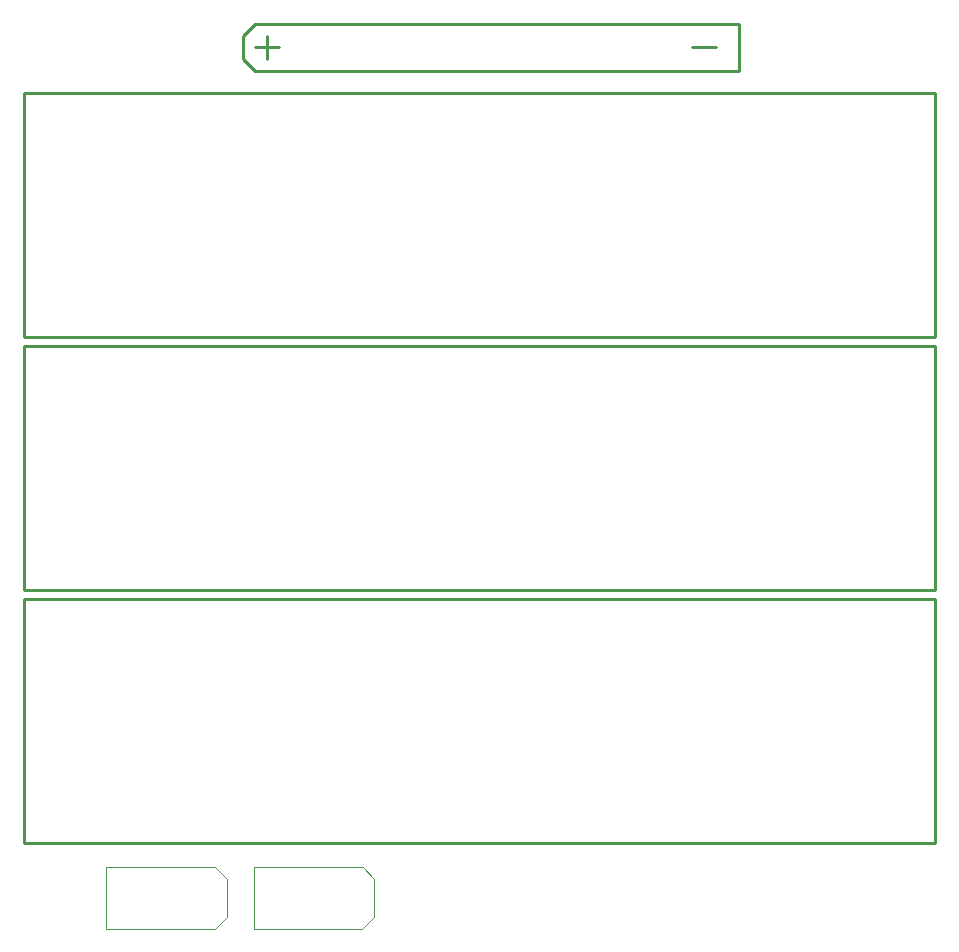
<source format=gbr>
%TF.GenerationSoftware,Altium Limited,Altium Designer,21.6.1 (37)*%
G04 Layer_Color=65535*
%FSLAX45Y45*%
%MOMM*%
%TF.SameCoordinates,713E3131-B0EE-4415-9D9D-843BC13DAD56*%
%TF.FilePolarity,Positive*%
%TF.FileFunction,Legend,Top*%
%TF.Part,Single*%
G01*
G75*
%TA.AperFunction,NonConductor*%
%ADD38C,0.10160*%
%ADD55C,0.25600*%
D38*
X3110000Y240000D02*
Y560000D01*
X2089995Y138497D02*
X3010000D01*
X3011879Y658121D02*
X3110000Y560000D01*
X3010000Y140000D02*
X3110000Y240000D01*
X2089995Y658494D02*
X3011879D01*
X2089995Y138497D02*
Y658494D01*
X1860000Y240000D02*
Y560000D01*
X839995Y138497D02*
X1760000D01*
X1761879Y658121D02*
X1860000Y560000D01*
X1760000Y140000D02*
X1860000Y240000D01*
X839995Y658494D02*
X1761879D01*
X839995Y138497D02*
Y658494D01*
D55*
X147705Y5147499D02*
Y7212515D01*
X7854057D01*
X147705Y5147499D02*
X7854057D01*
Y7212515D01*
X147705Y3007499D02*
Y5072515D01*
X7854057D01*
X147705Y3007499D02*
X7854057D01*
Y5072515D01*
X147705Y867499D02*
Y2932515D01*
X7854057D01*
X147705Y867499D02*
X7854057D01*
Y2932515D01*
X2100000Y7800000D02*
X6200000D01*
Y7400000D02*
Y7800000D01*
X2100000Y7400000D02*
X6200000D01*
X2000000Y7500000D02*
X2100000Y7400000D01*
X2000000Y7500000D02*
Y7700000D01*
X2100000Y7800000D01*
X5800000Y7600000D02*
X6000000D01*
X2100000D02*
X2300000D01*
X2200000D02*
X2300000D01*
X2200000Y7500000D02*
Y7700000D01*
%TF.MD5,5204b57d3bba406b767cfce784545c99*%
M02*

</source>
